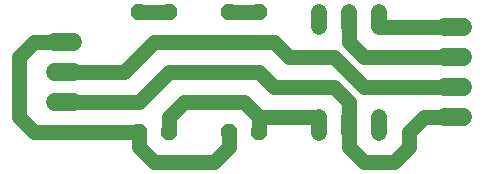
<source format=gbr>
G75*
%MOMM*%
%OFA0B0*%
%FSLAX33Y33*%
%IPPOS*%
%LPD*%
%AMOC8*
5,1,8,0,0,1.08239X$1,22.5*
%
%ADD10C,1.321*%
%ADD11OC8,1.321*%
%ADD12C,1.524*%
%ADD13C,1.270*%
D10*
X42164Y05283D02*
X42164Y06604D01*
X44704Y06604D02*
X44704Y05283D01*
X47244Y05283D02*
X47244Y06604D01*
X47244Y14224D02*
X47244Y15545D01*
X44704Y15545D02*
X44704Y14224D01*
X42164Y14224D02*
X42164Y15545D01*
D11*
X37084Y15494D03*
X34544Y15494D03*
X29464Y15494D03*
X26924Y15494D03*
X26924Y05334D03*
X29464Y05334D03*
X34544Y05334D03*
X37084Y05334D03*
D12*
X52832Y06604D02*
X54356Y06604D01*
X54356Y09144D02*
X52832Y09144D01*
X52832Y11684D02*
X54356Y11684D01*
X54356Y14224D02*
X52832Y14224D01*
X21336Y12954D02*
X19812Y12954D01*
X19812Y10414D02*
X21336Y10414D01*
X21336Y07874D02*
X19812Y07874D01*
D13*
X18034Y05334D02*
X16764Y06604D01*
X16764Y11684D01*
X18034Y12954D01*
X20574Y12954D01*
X25654Y10414D02*
X28194Y12954D01*
X38354Y12954D01*
X39624Y11684D01*
X43434Y11684D01*
X45974Y09144D01*
X53594Y09144D01*
X44704Y07874D02*
X44704Y06604D01*
X44704Y04064D01*
X45974Y02794D01*
X48514Y02794D01*
X49784Y04064D01*
X49784Y05334D01*
X51054Y06604D01*
X53594Y06604D01*
X44704Y07874D02*
X43434Y09144D01*
X38354Y09144D01*
X37084Y10414D01*
X29464Y10414D01*
X26924Y07874D01*
X20574Y07874D01*
X29464Y06604D02*
X30734Y07874D01*
X35814Y07874D01*
X37084Y06604D01*
X42164Y06604D01*
X37084Y06604D02*
X37084Y05334D01*
X34544Y05334D02*
X34544Y04064D01*
X33274Y02794D01*
X28194Y02794D01*
X26924Y04064D01*
X26924Y05334D01*
X18034Y05334D01*
X29464Y05334D02*
X29464Y06604D01*
X25654Y10414D02*
X20574Y10414D01*
X26924Y15494D02*
X29464Y15494D01*
X34544Y15494D02*
X37084Y15494D01*
X44704Y14224D02*
X44704Y12954D01*
X45974Y11684D01*
X53594Y11684D01*
X53594Y14224D02*
X47244Y14224D01*
M02*

</source>
